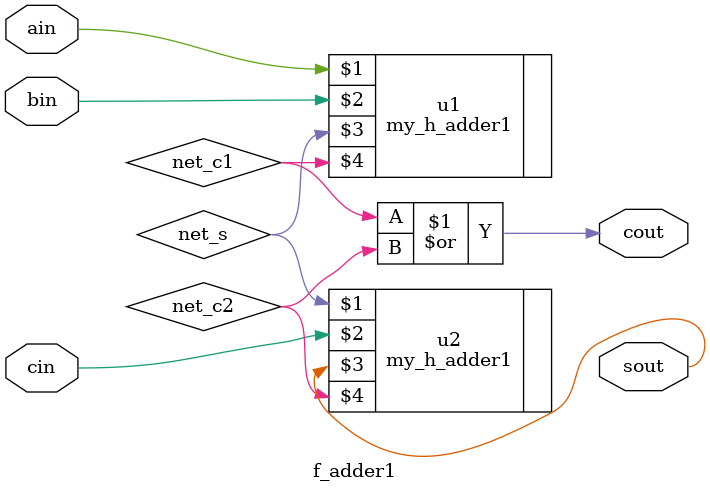
<source format=v>
module f_adder1 (
	input ain,
	input bin,
	input cin,

	output sout,
	output cout
);
	wire net_s;
	wire net_c1,net_c2;

	my_h_adder1 u1(ain,bin,net_s,net_c1);

	my_h_adder1 u2(net_s,cin,sout,net_c2);

	or u3(cout,net_c1,net_c2);

endmodule
</source>
